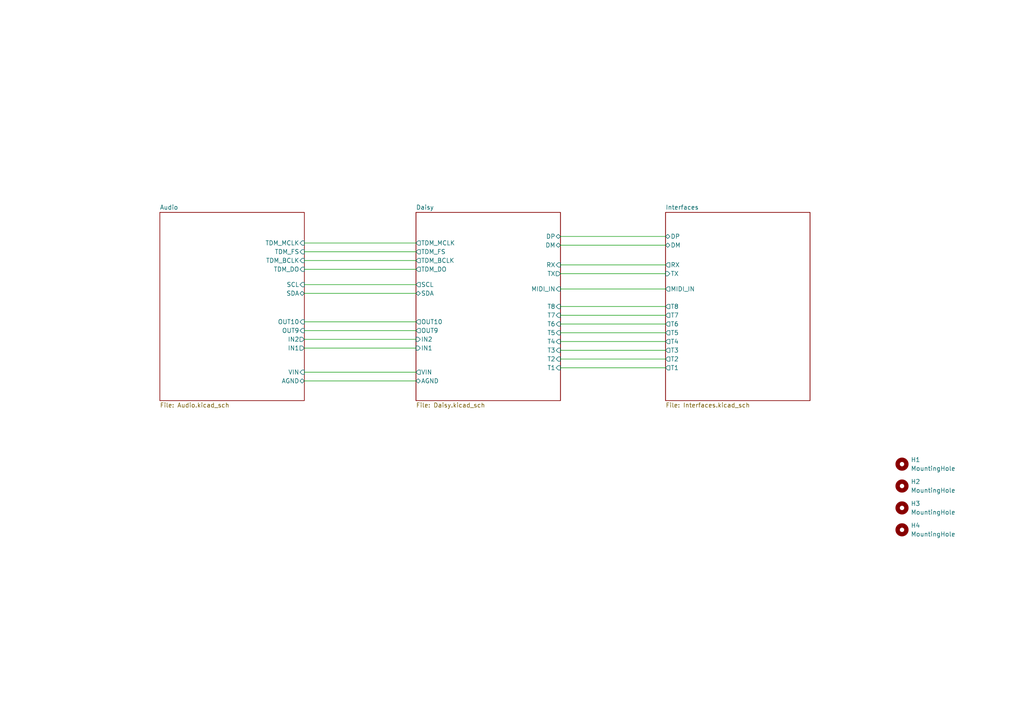
<source format=kicad_sch>
(kicad_sch (version 20211123) (generator eeschema)
  (paper "A4")
  (title_block (title "Daisy Rogue") (date "9/23/2022") (rev "1") (company "Robertsonics"))
  (lib_symbols
    (symbol "Mechanical:MountingHole" (pin_names (offset 1.016))
      (property "Reference" "H" (at 0 5.08 0))
      (property "Value" "MountingHole" (at 0 3.175 0))
      (symbol "MountingHole_0_1"
        (circle (center 0 0) (radius 1.27) (stroke (width 1.27)))
      )
    )
  )
  (wire (pts (xy 162.56 71.12) (xy 193.04 71.12)))
  (wire (pts (xy 162.56 106.68) (xy 193.04 106.68)))
  (wire (pts (xy 88.265 82.55) (xy 120.65 82.55)))
  (wire (pts (xy 88.265 78.105) (xy 120.65 78.105)))
  (wire (pts (xy 162.56 96.52) (xy 193.04 96.52)))
  (wire (pts (xy 88.265 70.485) (xy 120.65 70.485)))
  (wire (pts (xy 88.265 110.49) (xy 120.65 110.49)))
  (wire (pts (xy 162.56 104.14) (xy 193.04 104.14)))
  (wire (pts (xy 162.56 88.9) (xy 193.04 88.9)))
  (wire (pts (xy 162.56 79.375) (xy 193.04 79.375)))
  (wire (pts (xy 162.56 93.98) (xy 193.04 93.98)))
  (wire (pts (xy 88.265 85.09) (xy 120.65 85.09)))
  (wire (pts (xy 162.56 83.82) (xy 193.04 83.82)))
  (wire (pts (xy 162.56 99.06) (xy 193.04 99.06)))
  (wire (pts (xy 88.265 75.565) (xy 120.65 75.565)))
  (wire (pts (xy 88.265 100.965) (xy 120.65 100.965)))
  (wire (pts (xy 162.56 68.58) (xy 193.04 68.58)))
  (wire (pts (xy 88.265 93.345) (xy 120.65 93.345)))
  (wire (pts (xy 162.56 91.44) (xy 193.04 91.44)))
  (wire (pts (xy 88.265 107.95) (xy 120.65 107.95)))
  (wire (pts (xy 162.56 76.835) (xy 193.04 76.835)))
  (wire (pts (xy 88.265 98.425) (xy 120.65 98.425)))
  (wire (pts (xy 88.265 73.025) (xy 120.65 73.025)))
  (wire (pts (xy 162.56 101.6) (xy 193.04 101.6)))
  (wire (pts (xy 88.265 95.885) (xy 120.65 95.885)))
  (symbol (lib_id "Mechanical:MountingHole") (at 261.62 140.97 0) (unit 1)
    (property "Reference" "H2" (at 264.16 139.6999 0) (effects (justify left)))
    (property "Value" "MountingHole" (at 264.16 142.2399 0) (effects (justify left)))
    (property "Footprint" "MountingHole:MountingHole_2.7mm_Pad_TopBottom" (effects hide))
  )
  (symbol (lib_id "Mechanical:MountingHole") (at 261.62 153.67 0) (unit 1)
    (property "Reference" "H4" (at 264.16 152.3999 0) (effects (justify left)))
    (property "Value" "MountingHole" (at 264.16 154.9399 0) (effects (justify left)))
    (property "Footprint" "MountingHole:MountingHole_2.7mm_Pad_TopBottom" (effects hide))
  )
  (symbol (lib_id "Mechanical:MountingHole") (at 261.62 147.32 0) (unit 1)
    (property "Reference" "H3" (at 264.16 146.0499 0) (effects (justify left)))
    (property "Value" "MountingHole" (at 264.16 148.5899 0) (effects (justify left)))
    (property "Footprint" "MountingHole:MountingHole_2.7mm_Pad_TopBottom" (effects hide))
  )
  (symbol (lib_id "Mechanical:MountingHole") (at 261.62 134.62 0) (unit 1)
    (property "Reference" "H1" (at 264.16 133.3499 0) (effects (justify left)))
    (property "Value" "MountingHole" (at 264.16 135.8899 0) (effects (justify left)))
    (property "Footprint" "MountingHole:MountingHole_2.7mm_Pad_TopBottom" (effects hide))
  )
  (sheet (at 120.65 61.595) (size 41.91 54.61) (stroke (width 0.1524))
    (property "Sheet name" "Daisy" (at 120.65 60.8834 0) (effects (justify left bottom)))
    (property "Sheet file" "Daisy.kicad_sch" (at 120.65 116.7896 0) (effects (justify left top)))
    (pin "SCL" output (at 120.65 82.55 180))
    (pin "SDA" bidirectional (at 120.65 85.09 180))
    (pin "IN2" input (at 120.65 98.425 180))
    (pin "IN1" input (at 120.65 100.965 180))
    (pin "AGND" bidirectional (at 120.65 110.49 180))
    (pin "OUT10" output (at 120.65 93.345 180))
    (pin "OUT9" output (at 120.65 95.885 180))
    (pin "T1" input (at 162.56 106.68 0))
    (pin "T2" input (at 162.56 104.14 0))
    (pin "T4" input (at 162.56 99.06 0))
    (pin "T3" input (at 162.56 101.6 0))
    (pin "DP" bidirectional (at 162.56 68.58 0))
    (pin "DM" bidirectional (at 162.56 71.12 0))
    (pin "RX" input (at 162.56 76.835 0))
    (pin "TX" output (at 162.56 79.375 0))
    (pin "MIDI_IN" input (at 162.56 83.82 0))
    (pin "TDM_DO" output (at 120.65 78.105 180))
    (pin "TDM_BCLK" output (at 120.65 75.565 180))
    (pin "TDM_MCLK" output (at 120.65 70.485 180))
    (pin "TDM_FS" output (at 120.65 73.025 180))
    (pin "T5" input (at 162.56 96.52 0))
    (pin "T8" input (at 162.56 88.9 0))
    (pin "T7" input (at 162.56 91.44 0))
    (pin "T6" input (at 162.56 93.98 0))
    (pin "VIN" output (at 120.65 107.95 180))
  )
  (sheet (at 193.04 61.595) (size 41.91 54.61) (stroke (width 0.1524))
    (property "Sheet name" "Interfaces" (at 193.04 60.8834 0) (effects (justify left bottom)))
    (property "Sheet file" "Interfaces.kicad_sch" (at 193.04 116.7896 0) (effects (justify left top)))
    (pin "DM" bidirectional (at 193.04 71.12 180))
    (pin "DP" bidirectional (at 193.04 68.58 180))
    (pin "MIDI_IN" output (at 193.04 83.82 180))
    (pin "RX" output (at 193.04 76.835 180))
    (pin "T2" output (at 193.04 104.14 180))
    (pin "T4" output (at 193.04 99.06 180))
    (pin "T3" output (at 193.04 101.6 180))
    (pin "T1" output (at 193.04 106.68 180))
    (pin "T5" output (at 193.04 96.52 180))
    (pin "T6" output (at 193.04 93.98 180))
    (pin "T7" output (at 193.04 91.44 180))
    (pin "T8" output (at 193.04 88.9 180))
    (pin "TX" input (at 193.04 79.375 180))
  )
  (sheet (at 46.355 61.595) (size 41.91 54.61) (stroke (width 0.1524))
    (property "Sheet name" "Audio" (at 46.355 60.8834 0) (effects (justify left bottom)))
    (property "Sheet file" "Audio.kicad_sch" (at 46.355 116.7896 0) (effects (justify left top)))
    (pin "TDM_DO" input (at 88.265 78.105 0))
    (pin "TDM_BCLK" input (at 88.265 75.565 0))
    (pin "TDM_MCLK" input (at 88.265 70.485 0))
    (pin "TDM_FS" input (at 88.265 73.025 0))
    (pin "SDA" bidirectional (at 88.265 85.09 0))
    (pin "SCL" input (at 88.265 82.55 0))
    (pin "VIN" input (at 88.265 107.95 0))
    (pin "OUT9" input (at 88.265 95.885 0))
    (pin "IN1" output (at 88.265 100.965 0))
    (pin "OUT10" input (at 88.265 93.345 0))
    (pin "IN2" output (at 88.265 98.425 0))
    (pin "AGND" bidirectional (at 88.265 110.49 0))
  )
)
</source>
